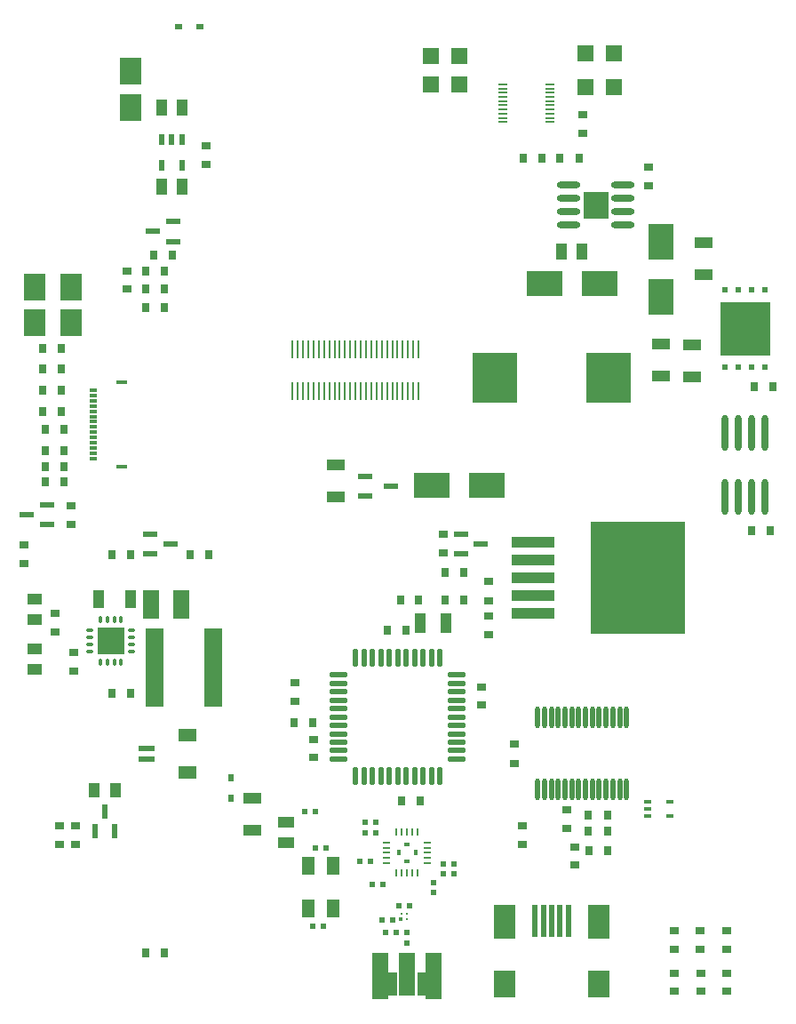
<source format=gtp>
%FSLAX25Y25*%
%MOIN*%
G70*
G01*
G75*
G04 Layer_Color=8421504*
%ADD10R,0.03504X0.00906*%
%ADD11R,0.03740X0.03150*%
%ADD12R,0.05512X0.02362*%
%ADD13R,0.02362X0.02362*%
%ADD14R,0.05906X0.04134*%
%ADD15R,0.05315X0.02362*%
%ADD16R,0.02953X0.03543*%
%ADD17R,0.07087X0.04134*%
%ADD18R,0.03150X0.01969*%
%ADD19R,0.08465X0.09843*%
%ADD20R,0.01969X0.02362*%
%ADD21R,0.18898X0.20315*%
%ADD22O,0.02362X0.13583*%
%ADD23O,0.01772X0.08268*%
%ADD24R,0.05906X0.16142*%
%ADD25R,0.05906X0.17716*%
%ADD26R,0.04134X0.08661*%
%ADD27R,0.01969X0.03150*%
%ADD28R,0.05906X0.11024*%
%ADD29R,0.06102X0.02362*%
%ADD30R,0.07087X0.04724*%
%ADD31R,0.03937X0.01181*%
%ADD32R,0.02756X0.01181*%
%ADD33R,0.03150X0.03740*%
%ADD34R,0.03543X0.02953*%
%ADD35R,0.04134X0.07087*%
%ADD36R,0.05709X0.04331*%
%ADD37R,0.04331X0.07480*%
%ADD38O,0.02165X0.06890*%
%ADD39O,0.06890X0.02165*%
%ADD40R,0.00984X0.07087*%
%ADD41R,0.04331X0.05709*%
%ADD42R,0.02362X0.05512*%
%ADD43R,0.07874X0.12992*%
%ADD44R,0.07874X0.09843*%
%ADD45R,0.01969X0.12205*%
%ADD46R,0.09843X0.09843*%
%ADD47O,0.03150X0.01378*%
%ADD48O,0.01378X0.03150*%
%ADD49R,0.07087X0.29528*%
%ADD50R,0.02362X0.04134*%
%ADD51R,0.04134X0.05906*%
%ADD52R,0.13189X0.09646*%
%ADD53R,0.35827X0.42323*%
%ADD54R,0.16339X0.03937*%
%ADD55R,0.01100X0.01100*%
%ADD56R,0.01400X0.01400*%
%ADD57R,0.02362X0.02362*%
%ADD58O,0.00984X0.03150*%
%ADD59O,0.03150X0.00984*%
%ADD60R,0.04724X0.07087*%
%ADD61R,0.17126X0.18504*%
%ADD62R,0.09252X0.10236*%
%ADD63O,0.08858X0.02362*%
%ADD64R,0.05906X0.05906*%
%ADD65R,0.05906X0.05906*%
%ADD66R,0.09646X0.13189*%
%ADD67R,0.02953X0.01181*%
%ADD68C,0.04000*%
%ADD69C,0.01500*%
%ADD70C,0.00800*%
%ADD71C,0.01000*%
%ADD72C,0.01200*%
%ADD73C,0.03000*%
%ADD74C,0.02000*%
%ADD75C,0.05800*%
%ADD76C,0.08000*%
%ADD77C,0.05000*%
%ADD78R,0.00653X0.00435*%
%ADD79R,0.02142X0.00344*%
%ADD80R,0.04702X0.00344*%
%ADD81R,0.00286X0.00429*%
%ADD82R,0.00262X0.00395*%
%ADD83R,0.00248X0.00441*%
%ADD84R,0.00441X0.00236*%
%ADD85R,0.00280X0.00186*%
%ADD86R,0.06299X0.06988*%
%ADD87R,0.07776X0.02559*%
%ADD88R,0.03937X0.04715*%
%ADD89R,0.07569X0.07569*%
%ADD90R,0.04134X0.11614*%
%ADD91R,0.39400X0.69575*%
%ADD92R,0.41550X0.14150*%
%ADD93R,0.00906X0.00533*%
%ADD94R,0.00872X0.01705*%
G04:AMPARAMS|DCode=95|XSize=120mil|YSize=60mil|CornerRadius=0mil|HoleSize=0mil|Usage=FLASHONLY|Rotation=90.000|XOffset=0mil|YOffset=0mil|HoleType=Round|Shape=Octagon|*
%AMOCTAGOND95*
4,1,8,0.01500,0.06000,-0.01500,0.06000,-0.03000,0.04500,-0.03000,-0.04500,-0.01500,-0.06000,0.01500,-0.06000,0.03000,-0.04500,0.03000,0.04500,0.01500,0.06000,0.0*
%
%ADD95OCTAGOND95*%

%ADD96C,0.04724*%
%ADD97C,0.05906*%
%ADD98R,0.09055X0.09055*%
%ADD99C,0.09055*%
%ADD100C,0.22638*%
%ADD101C,0.06000*%
%ADD102C,0.05315*%
%ADD103C,0.07874*%
%ADD104C,0.20669*%
%ADD105C,0.02400*%
%ADD106C,0.05000*%
%ADD107C,0.04800*%
%ADD108C,0.02598*%
%ADD109R,0.00613X0.00499*%
%ADD110C,0.00984*%
%ADD111C,0.02362*%
%ADD112C,0.00400*%
%ADD113C,0.00787*%
%ADD114C,0.00591*%
%ADD115C,0.00700*%
%ADD116C,0.00492*%
%ADD117R,0.06299X0.02165*%
%ADD118R,0.02165X0.10236*%
%ADD119R,0.02165X0.06299*%
%ADD120R,0.01378X0.03150*%
%ADD121R,0.01280X0.03051*%
%ADD122R,0.02362X0.01772*%
%ADD123R,0.01772X0.02362*%
D10*
X1383445Y1517765D02*
D03*
Y1519340D02*
D03*
Y1525639D02*
D03*
Y1522490D02*
D03*
Y1524064D02*
D03*
Y1520915D02*
D03*
Y1511466D02*
D03*
Y1513041D02*
D03*
Y1516190D02*
D03*
Y1514616D02*
D03*
X1365689D02*
D03*
Y1516190D02*
D03*
Y1513041D02*
D03*
Y1511466D02*
D03*
Y1520915D02*
D03*
Y1524064D02*
D03*
Y1522490D02*
D03*
Y1525639D02*
D03*
Y1519340D02*
D03*
Y1517765D02*
D03*
D11*
X1395669Y1507283D02*
D03*
Y1514370D02*
D03*
X1197835Y1327362D02*
D03*
Y1320276D02*
D03*
X1203740Y1367717D02*
D03*
Y1360630D02*
D03*
X1186024Y1352953D02*
D03*
Y1345866D02*
D03*
X1449803Y1201181D02*
D03*
Y1208268D02*
D03*
X1205315Y1247736D02*
D03*
Y1240650D02*
D03*
X1370079Y1278150D02*
D03*
Y1271063D02*
D03*
X1430020Y1208268D02*
D03*
Y1201181D02*
D03*
X1439862Y1208268D02*
D03*
Y1201181D02*
D03*
X1199409Y1240650D02*
D03*
Y1247736D02*
D03*
X1254331Y1495571D02*
D03*
Y1502658D02*
D03*
X1360236Y1326378D02*
D03*
Y1319291D02*
D03*
Y1339173D02*
D03*
Y1332087D02*
D03*
X1343504Y1349803D02*
D03*
Y1356890D02*
D03*
X1373032Y1240551D02*
D03*
Y1247638D02*
D03*
X1420276Y1494685D02*
D03*
Y1487598D02*
D03*
D12*
X1349881Y1357087D02*
D03*
Y1349606D02*
D03*
X1357362Y1353347D02*
D03*
X1194685Y1360433D02*
D03*
Y1367913D02*
D03*
X1187205Y1364173D02*
D03*
X1233465Y1357087D02*
D03*
Y1349606D02*
D03*
X1240945Y1353347D02*
D03*
X1234449Y1470472D02*
D03*
X1241929Y1474213D02*
D03*
Y1466732D02*
D03*
D13*
X1295276Y1252953D02*
D03*
X1291339D02*
D03*
X1326691Y1217429D02*
D03*
X1330628D02*
D03*
X1324306Y1212425D02*
D03*
X1320370D02*
D03*
X1299440Y1239358D02*
D03*
X1295503D02*
D03*
X1325787Y1207677D02*
D03*
X1321850D02*
D03*
X1343423Y1229437D02*
D03*
X1347360D02*
D03*
Y1233108D02*
D03*
X1343423D02*
D03*
X1314195Y1249006D02*
D03*
X1318132D02*
D03*
X1312008Y1234252D02*
D03*
X1315945D02*
D03*
X1294519Y1209830D02*
D03*
X1298456D02*
D03*
X1316848Y1225500D02*
D03*
X1320785D02*
D03*
X1314195Y1245068D02*
D03*
X1318132D02*
D03*
D14*
X1284449Y1241240D02*
D03*
Y1248917D02*
D03*
D15*
X1314075Y1378740D02*
D03*
Y1371260D02*
D03*
X1323720Y1375000D02*
D03*
D16*
X1200098Y1426673D02*
D03*
X1193209D02*
D03*
X1200098Y1418799D02*
D03*
X1193209D02*
D03*
X1200098Y1410925D02*
D03*
X1193209D02*
D03*
X1200098Y1403051D02*
D03*
X1193209D02*
D03*
X1238681Y1199803D02*
D03*
X1231791D02*
D03*
X1460138Y1412402D02*
D03*
X1467028D02*
D03*
X1201083Y1396161D02*
D03*
X1194193D02*
D03*
X1459153Y1358268D02*
D03*
X1466043D02*
D03*
X1327756Y1256890D02*
D03*
X1334646D02*
D03*
X1329232Y1320866D02*
D03*
X1322342D02*
D03*
X1334154Y1332382D02*
D03*
X1327264D02*
D03*
X1343996D02*
D03*
X1350886D02*
D03*
D17*
X1271653Y1245965D02*
D03*
Y1257972D02*
D03*
X1303150Y1370965D02*
D03*
Y1382972D02*
D03*
X1425190Y1416257D02*
D03*
Y1428265D02*
D03*
X1436652Y1415994D02*
D03*
Y1428002D02*
D03*
X1440945Y1454417D02*
D03*
Y1466425D02*
D03*
D18*
X1251968Y1547244D02*
D03*
X1244094D02*
D03*
D19*
X1189961Y1436122D02*
D03*
Y1449705D02*
D03*
X1203740D02*
D03*
Y1436122D02*
D03*
X1226041Y1530590D02*
D03*
Y1517008D02*
D03*
D20*
X1464193Y1419488D02*
D03*
X1459193Y1448622D02*
D03*
X1454193D02*
D03*
X1449193D02*
D03*
X1464193D02*
D03*
X1459193Y1419488D02*
D03*
X1454193D02*
D03*
X1449193D02*
D03*
D21*
X1456693Y1434055D02*
D03*
D22*
X1449193Y1370866D02*
D03*
X1454193D02*
D03*
X1459193D02*
D03*
X1464193D02*
D03*
X1449193Y1394882D02*
D03*
X1454193D02*
D03*
X1459193D02*
D03*
X1464193D02*
D03*
D23*
X1378839Y1261240D02*
D03*
X1381398D02*
D03*
X1383957D02*
D03*
X1386516D02*
D03*
X1389075D02*
D03*
X1391634D02*
D03*
X1394193D02*
D03*
X1396752D02*
D03*
X1399311D02*
D03*
X1401870D02*
D03*
X1404429D02*
D03*
X1406988D02*
D03*
X1409547D02*
D03*
X1412106D02*
D03*
X1378839Y1288406D02*
D03*
X1381398D02*
D03*
X1383957D02*
D03*
X1386516D02*
D03*
X1389075D02*
D03*
X1391634D02*
D03*
X1394193D02*
D03*
X1396752D02*
D03*
X1399311D02*
D03*
X1401870D02*
D03*
X1404429D02*
D03*
X1406988D02*
D03*
X1409547D02*
D03*
X1412106D02*
D03*
D24*
X1329752Y1192055D02*
D03*
D25*
X1339752Y1191268D02*
D03*
X1319752D02*
D03*
D26*
X1323945Y1188284D02*
D03*
X1335559D02*
D03*
D27*
X1263780Y1257874D02*
D03*
Y1265748D02*
D03*
D28*
X1244980Y1330709D02*
D03*
X1233563D02*
D03*
D29*
X1232185Y1272638D02*
D03*
Y1276575D02*
D03*
D30*
X1247441Y1281693D02*
D03*
Y1267520D02*
D03*
D31*
X1222638Y1414035D02*
D03*
Y1382224D02*
D03*
D32*
X1212205Y1385335D02*
D03*
Y1387303D02*
D03*
Y1389272D02*
D03*
Y1391240D02*
D03*
Y1393209D02*
D03*
Y1395177D02*
D03*
Y1397146D02*
D03*
Y1399114D02*
D03*
Y1401083D02*
D03*
Y1403051D02*
D03*
Y1405020D02*
D03*
Y1406988D02*
D03*
Y1408957D02*
D03*
Y1410925D02*
D03*
D33*
X1194094Y1388287D02*
D03*
X1201181D02*
D03*
X1194094Y1382382D02*
D03*
X1201181D02*
D03*
X1194094Y1376476D02*
D03*
X1201181D02*
D03*
X1234646Y1461614D02*
D03*
X1241732D02*
D03*
X1238780Y1455709D02*
D03*
X1231693D02*
D03*
X1238780Y1448819D02*
D03*
X1231693D02*
D03*
X1226083Y1297244D02*
D03*
X1218996D02*
D03*
X1398032Y1238189D02*
D03*
X1405118D02*
D03*
X1397835Y1245689D02*
D03*
X1404921D02*
D03*
X1404921Y1251595D02*
D03*
X1397835D02*
D03*
X1225984Y1349409D02*
D03*
X1218898D02*
D03*
X1255512D02*
D03*
X1248425D02*
D03*
X1294390Y1286417D02*
D03*
X1287303D02*
D03*
X1343898Y1342520D02*
D03*
X1350984D02*
D03*
X1238780Y1441929D02*
D03*
X1231693D02*
D03*
X1373425Y1498032D02*
D03*
X1380512D02*
D03*
X1387205D02*
D03*
X1394291D02*
D03*
D34*
X1204823Y1312500D02*
D03*
Y1305610D02*
D03*
X1389764Y1253445D02*
D03*
Y1246555D02*
D03*
X1392717Y1239665D02*
D03*
Y1232776D02*
D03*
X1439961Y1185532D02*
D03*
Y1192421D02*
D03*
X1430020Y1185532D02*
D03*
Y1192421D02*
D03*
X1294783Y1280020D02*
D03*
Y1273130D02*
D03*
X1287598Y1301181D02*
D03*
Y1294291D02*
D03*
X1357776Y1292815D02*
D03*
Y1299705D02*
D03*
X1224705Y1448819D02*
D03*
Y1455709D02*
D03*
X1449803Y1192421D02*
D03*
Y1185532D02*
D03*
D35*
X1214075Y1332677D02*
D03*
X1226083D02*
D03*
D36*
X1190059Y1313976D02*
D03*
Y1306102D02*
D03*
Y1332677D02*
D03*
Y1324803D02*
D03*
D37*
X1344488Y1323524D02*
D03*
X1334646D02*
D03*
D38*
X1310532Y1310532D02*
D03*
X1313681D02*
D03*
X1316831D02*
D03*
X1319980D02*
D03*
X1323130D02*
D03*
X1326280D02*
D03*
X1329429D02*
D03*
X1332579D02*
D03*
X1335728D02*
D03*
X1338878D02*
D03*
X1342028D02*
D03*
Y1266240D02*
D03*
X1338878D02*
D03*
X1335728D02*
D03*
X1332579D02*
D03*
X1329429D02*
D03*
X1326280D02*
D03*
X1323130D02*
D03*
X1319980D02*
D03*
X1316831D02*
D03*
X1313681D02*
D03*
X1310532D02*
D03*
D39*
X1348425Y1304134D02*
D03*
Y1300984D02*
D03*
Y1297835D02*
D03*
Y1294685D02*
D03*
Y1291535D02*
D03*
Y1288386D02*
D03*
Y1285236D02*
D03*
Y1282087D02*
D03*
Y1278937D02*
D03*
Y1275787D02*
D03*
Y1272638D02*
D03*
X1304134D02*
D03*
Y1275787D02*
D03*
Y1278937D02*
D03*
Y1282087D02*
D03*
Y1285236D02*
D03*
Y1288386D02*
D03*
Y1291535D02*
D03*
Y1294685D02*
D03*
Y1297835D02*
D03*
Y1300984D02*
D03*
Y1304134D02*
D03*
D40*
X1286811Y1410630D02*
D03*
X1288780D02*
D03*
X1290748D02*
D03*
X1292717D02*
D03*
X1294685D02*
D03*
X1296653D02*
D03*
X1298622D02*
D03*
X1300591D02*
D03*
X1302559D02*
D03*
X1304527D02*
D03*
X1306496D02*
D03*
X1308465D02*
D03*
X1310433D02*
D03*
X1312402D02*
D03*
X1314370D02*
D03*
X1316339D02*
D03*
X1318307D02*
D03*
X1320276D02*
D03*
X1322244D02*
D03*
X1324213D02*
D03*
X1326181D02*
D03*
X1328150D02*
D03*
X1330118D02*
D03*
X1332087D02*
D03*
X1334055D02*
D03*
X1286811Y1426378D02*
D03*
X1288780D02*
D03*
X1290748D02*
D03*
X1292717D02*
D03*
X1294685D02*
D03*
X1296653D02*
D03*
X1298622D02*
D03*
X1300591D02*
D03*
X1302559D02*
D03*
X1304527D02*
D03*
X1306496D02*
D03*
X1308465D02*
D03*
X1310433D02*
D03*
X1312402D02*
D03*
X1314370D02*
D03*
X1316339D02*
D03*
X1318307D02*
D03*
X1320276D02*
D03*
X1322244D02*
D03*
X1324213D02*
D03*
X1326181D02*
D03*
X1328150D02*
D03*
X1330118D02*
D03*
X1332087D02*
D03*
X1334055D02*
D03*
D41*
X1212402Y1261024D02*
D03*
X1220276D02*
D03*
D42*
X1216339Y1252953D02*
D03*
X1220079Y1245472D02*
D03*
X1212598D02*
D03*
D43*
X1401574Y1211437D02*
D03*
X1366535D02*
D03*
D44*
Y1188209D02*
D03*
X1401574D02*
D03*
D45*
X1390354Y1211831D02*
D03*
X1387204D02*
D03*
X1384055D02*
D03*
X1380905D02*
D03*
X1377755D02*
D03*
D46*
X1218602Y1316929D02*
D03*
D47*
X1226476Y1320768D02*
D03*
Y1318209D02*
D03*
Y1315650D02*
D03*
Y1313091D02*
D03*
X1210728D02*
D03*
Y1315650D02*
D03*
Y1318209D02*
D03*
Y1320768D02*
D03*
D48*
X1222441Y1309055D02*
D03*
X1219882D02*
D03*
X1214764D02*
D03*
Y1324803D02*
D03*
X1217323D02*
D03*
X1219882D02*
D03*
X1222441D02*
D03*
X1217323Y1309055D02*
D03*
D49*
X1257185Y1307087D02*
D03*
X1235138D02*
D03*
D50*
X1245276Y1504921D02*
D03*
X1241535D02*
D03*
X1237795D02*
D03*
Y1495276D02*
D03*
X1245276D02*
D03*
D51*
X1237697Y1487303D02*
D03*
X1245374D02*
D03*
X1237697Y1516831D02*
D03*
X1245374D02*
D03*
X1395508Y1462878D02*
D03*
X1387831D02*
D03*
D52*
X1359646Y1375098D02*
D03*
X1339173D02*
D03*
X1401940Y1451020D02*
D03*
X1381468D02*
D03*
D53*
X1416535Y1340551D02*
D03*
D54*
X1376968Y1327165D02*
D03*
Y1333858D02*
D03*
Y1340551D02*
D03*
Y1347244D02*
D03*
Y1353937D02*
D03*
D55*
X1327659Y1214592D02*
D03*
X1329659Y1212592D02*
D03*
Y1214592D02*
D03*
D56*
X1327509Y1212442D02*
D03*
D57*
X1329709Y1207677D02*
D03*
Y1203740D02*
D03*
X1339567Y1226378D02*
D03*
Y1222441D02*
D03*
D58*
X1333591Y1245125D02*
D03*
X1331622D02*
D03*
X1329653D02*
D03*
X1327685D02*
D03*
X1325716D02*
D03*
Y1229771D02*
D03*
X1327685D02*
D03*
X1329653D02*
D03*
X1331622D02*
D03*
X1333591D02*
D03*
D59*
X1321976Y1241385D02*
D03*
Y1239417D02*
D03*
Y1237448D02*
D03*
Y1235480D02*
D03*
Y1233511D02*
D03*
X1337331D02*
D03*
Y1235480D02*
D03*
Y1237448D02*
D03*
Y1239417D02*
D03*
Y1241385D02*
D03*
D60*
X1302196Y1232468D02*
D03*
Y1216720D02*
D03*
X1292747D02*
D03*
Y1232468D02*
D03*
D61*
X1362659Y1415587D02*
D03*
X1405375D02*
D03*
D62*
X1400591Y1480315D02*
D03*
D63*
X1390354Y1487815D02*
D03*
Y1482815D02*
D03*
Y1477815D02*
D03*
Y1472815D02*
D03*
X1410827Y1487815D02*
D03*
Y1482815D02*
D03*
Y1477815D02*
D03*
Y1472815D02*
D03*
D64*
X1396653Y1537402D02*
D03*
Y1524606D02*
D03*
X1407480D02*
D03*
Y1537402D02*
D03*
X1349409Y1525591D02*
D03*
X1338583Y1536417D02*
D03*
D65*
Y1525591D02*
D03*
X1349409Y1536417D02*
D03*
D66*
X1425031Y1446004D02*
D03*
Y1466476D02*
D03*
D67*
X1428248Y1256496D02*
D03*
Y1251378D02*
D03*
X1420177D02*
D03*
Y1253937D02*
D03*
Y1256496D02*
D03*
D122*
X1329751Y1240681D02*
D03*
X1329767Y1234199D02*
D03*
D123*
X1332917Y1237447D02*
D03*
X1326618D02*
D03*
M02*

</source>
